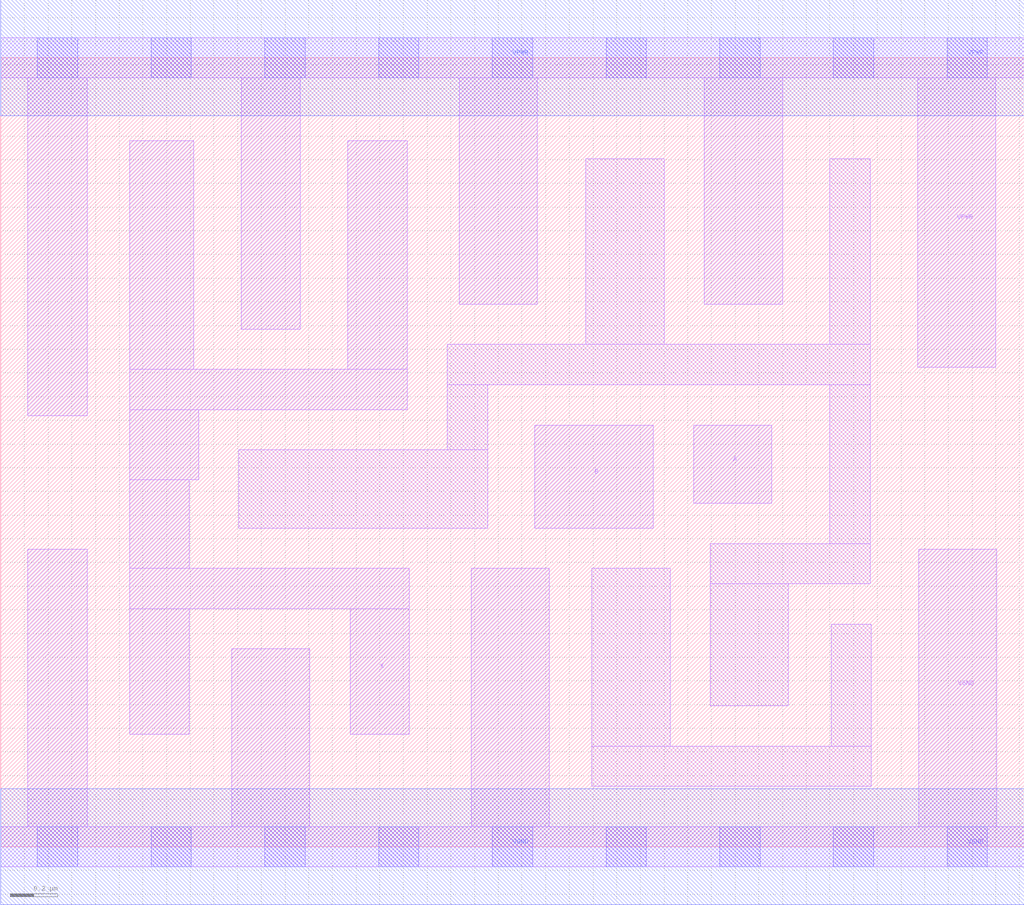
<source format=lef>
# Copyright 2020 The SkyWater PDK Authors
#
# Licensed under the Apache License, Version 2.0 (the "License");
# you may not use this file except in compliance with the License.
# You may obtain a copy of the License at
#
#     https://www.apache.org/licenses/LICENSE-2.0
#
# Unless required by applicable law or agreed to in writing, software
# distributed under the License is distributed on an "AS IS" BASIS,
# WITHOUT WARRANTIES OR CONDITIONS OF ANY KIND, either express or implied.
# See the License for the specific language governing permissions and
# limitations under the License.
#
# SPDX-License-Identifier: Apache-2.0

VERSION 5.7 ;
  NAMESCASESENSITIVE ON ;
  NOWIREEXTENSIONATPIN ON ;
  DIVIDERCHAR "/" ;
  BUSBITCHARS "[]" ;
UNITS
  DATABASE MICRONS 200 ;
END UNITS
MACRO sky130_fd_sc_hs__and2_4
  CLASS CORE ;
  SOURCE USER ;
  FOREIGN sky130_fd_sc_hs__and2_4 ;
  ORIGIN  0.000000  0.000000 ;
  SIZE  4.320000 BY  3.330000 ;
  SYMMETRY X Y ;
  SITE unit ;
  PIN A
    ANTENNAGATEAREA  0.444000 ;
    DIRECTION INPUT ;
    USE SIGNAL ;
    PORT
      LAYER li1 ;
        RECT 2.925000 1.450000 3.255000 1.780000 ;
    END
  END A
  PIN B
    ANTENNAGATEAREA  0.444000 ;
    DIRECTION INPUT ;
    USE SIGNAL ;
    PORT
      LAYER li1 ;
        RECT 2.255000 1.345000 2.755000 1.780000 ;
    END
  END B
  PIN X
    ANTENNADIFFAREA  1.219800 ;
    DIRECTION OUTPUT ;
    USE SIGNAL ;
    PORT
      LAYER li1 ;
        RECT 0.545000 0.475000 0.795000 1.005000 ;
        RECT 0.545000 1.005000 1.725000 1.175000 ;
        RECT 0.545000 1.175000 0.795000 1.550000 ;
        RECT 0.545000 1.550000 0.835000 1.845000 ;
        RECT 0.545000 1.845000 1.715000 2.015000 ;
        RECT 0.545000 2.015000 0.815000 2.980000 ;
        RECT 1.465000 2.015000 1.715000 2.980000 ;
        RECT 1.475000 0.475000 1.725000 1.005000 ;
    END
  END X
  PIN VGND
    DIRECTION INOUT ;
    USE GROUND ;
    PORT
      LAYER li1 ;
        RECT 0.000000 -0.085000 4.320000 0.085000 ;
        RECT 0.115000  0.085000 0.365000 1.255000 ;
        RECT 0.975000  0.085000 1.305000 0.835000 ;
        RECT 1.985000  0.085000 2.315000 1.175000 ;
        RECT 3.875000  0.085000 4.205000 1.255000 ;
      LAYER mcon ;
        RECT 0.155000 -0.085000 0.325000 0.085000 ;
        RECT 0.635000 -0.085000 0.805000 0.085000 ;
        RECT 1.115000 -0.085000 1.285000 0.085000 ;
        RECT 1.595000 -0.085000 1.765000 0.085000 ;
        RECT 2.075000 -0.085000 2.245000 0.085000 ;
        RECT 2.555000 -0.085000 2.725000 0.085000 ;
        RECT 3.035000 -0.085000 3.205000 0.085000 ;
        RECT 3.515000 -0.085000 3.685000 0.085000 ;
        RECT 3.995000 -0.085000 4.165000 0.085000 ;
      LAYER met1 ;
        RECT 0.000000 -0.245000 4.320000 0.245000 ;
    END
  END VGND
  PIN VPWR
    DIRECTION INOUT ;
    USE POWER ;
    PORT
      LAYER li1 ;
        RECT 0.000000 3.245000 4.320000 3.415000 ;
        RECT 0.115000 1.820000 0.365000 3.245000 ;
        RECT 1.015000 2.185000 1.265000 3.245000 ;
        RECT 1.935000 2.290000 2.265000 3.245000 ;
        RECT 2.970000 2.290000 3.300000 3.245000 ;
        RECT 3.870000 2.025000 4.200000 3.245000 ;
      LAYER mcon ;
        RECT 0.155000 3.245000 0.325000 3.415000 ;
        RECT 0.635000 3.245000 0.805000 3.415000 ;
        RECT 1.115000 3.245000 1.285000 3.415000 ;
        RECT 1.595000 3.245000 1.765000 3.415000 ;
        RECT 2.075000 3.245000 2.245000 3.415000 ;
        RECT 2.555000 3.245000 2.725000 3.415000 ;
        RECT 3.035000 3.245000 3.205000 3.415000 ;
        RECT 3.515000 3.245000 3.685000 3.415000 ;
        RECT 3.995000 3.245000 4.165000 3.415000 ;
      LAYER met1 ;
        RECT 0.000000 3.085000 4.320000 3.575000 ;
    END
  END VPWR
  OBS
    LAYER li1 ;
      RECT 1.005000 1.345000 2.055000 1.675000 ;
      RECT 1.885000 1.675000 2.055000 1.950000 ;
      RECT 1.885000 1.950000 3.670000 2.120000 ;
      RECT 2.470000 2.120000 2.800000 2.905000 ;
      RECT 2.495000 0.255000 3.675000 0.425000 ;
      RECT 2.495000 0.425000 2.825000 1.175000 ;
      RECT 2.995000 0.595000 3.325000 1.110000 ;
      RECT 2.995000 1.110000 3.670000 1.280000 ;
      RECT 3.500000 1.280000 3.670000 1.950000 ;
      RECT 3.500000 2.120000 3.670000 2.905000 ;
      RECT 3.505000 0.425000 3.675000 0.940000 ;
  END
END sky130_fd_sc_hs__and2_4

</source>
